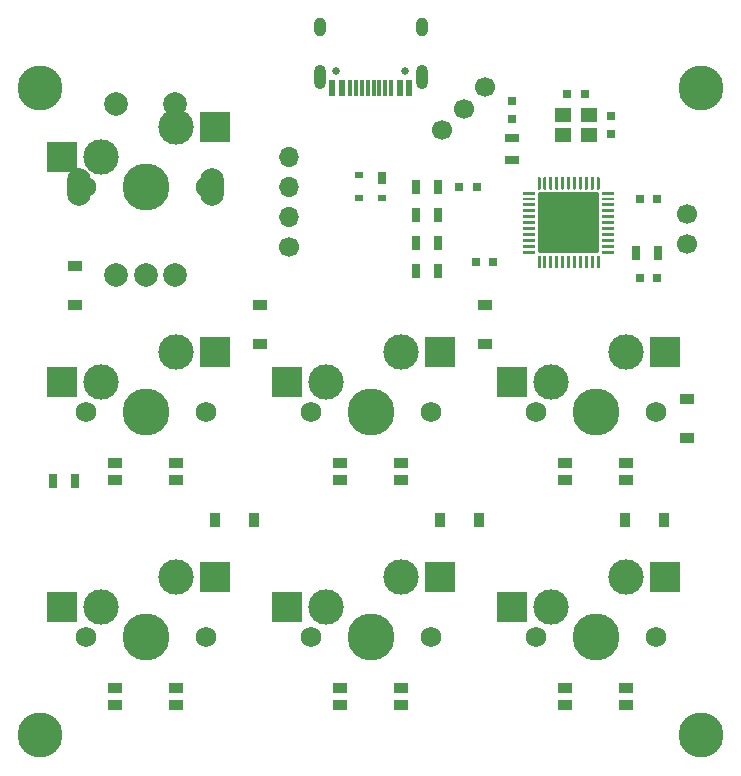
<source format=gbr>
G04 #@! TF.GenerationSoftware,KiCad,Pcbnew,(5.1.10)-1*
G04 #@! TF.CreationDate,2022-02-10T23:06:31+07:00*
G04 #@! TF.ProjectId,Satxri6key,53617478-7269-4366-9b65-792e6b696361,rev?*
G04 #@! TF.SameCoordinates,Original*
G04 #@! TF.FileFunction,Soldermask,Bot*
G04 #@! TF.FilePolarity,Negative*
%FSLAX45Y45*%
G04 Gerber Fmt 4.5, Leading zero omitted, Abs format (unit mm)*
G04 Created by KiCad (PCBNEW (5.1.10)-1) date 2022-02-10 23:06:31*
%MOMM*%
%LPD*%
G01*
G04 APERTURE LIST*
%ADD10C,2.000000*%
%ADD11O,2.000000X3.200000*%
%ADD12R,2.550000X2.500000*%
%ADD13C,1.750000*%
%ADD14C,3.000000*%
%ADD15C,3.987800*%
%ADD16R,1.200000X0.900000*%
%ADD17C,1.700000*%
%ADD18O,1.700000X1.700000*%
%ADD19C,3.800000*%
%ADD20R,0.700000X1.300000*%
%ADD21R,1.190000X0.900000*%
%ADD22R,1.400000X1.200000*%
%ADD23O,1.000000X1.600000*%
%ADD24O,1.000000X2.100000*%
%ADD25C,0.650000*%
%ADD26R,0.300000X1.450000*%
%ADD27R,0.600000X1.450000*%
%ADD28R,0.700000X1.000000*%
%ADD29R,0.700000X0.600000*%
%ADD30R,1.300000X0.700000*%
%ADD31R,0.900000X1.200000*%
%ADD32R,0.750000X0.800000*%
%ADD33R,0.800000X0.750000*%
G04 APERTURE END LIST*
D10*
X24515104Y-10275040D03*
X24765104Y-10275040D03*
X25015104Y-10275040D03*
D11*
X24205104Y-9525040D03*
X25325104Y-9525040D03*
D10*
X24515104Y-8825040D03*
X25015104Y-8825040D03*
D12*
X25349304Y-9017040D03*
X24056604Y-9271040D03*
D13*
X25273104Y-9525040D03*
X24257104Y-9525040D03*
D14*
X24384104Y-9271040D03*
D15*
X24765104Y-9525040D03*
D14*
X25019104Y-9017040D03*
D16*
X24169789Y-10523481D03*
X24169789Y-10193481D03*
D17*
X25982625Y-10039625D03*
D18*
X25982625Y-9277625D03*
X25982625Y-9785625D03*
X25982625Y-9531625D03*
D17*
X27457400Y-8864600D03*
X27277795Y-9044205D03*
X27637005Y-8684995D03*
D19*
X23872051Y-8691570D03*
X29467993Y-14168449D03*
X29467993Y-8691570D03*
X23872051Y-14168449D03*
D17*
X29349029Y-10009229D03*
X29349029Y-9755229D03*
D20*
X24167850Y-12014200D03*
X23977850Y-12014200D03*
D21*
X24505500Y-13768000D03*
X25024500Y-13918000D03*
X25024500Y-13768000D03*
X24505500Y-13918000D03*
X26410500Y-13768000D03*
X26929500Y-13918000D03*
X26929500Y-13768000D03*
X26410500Y-13918000D03*
X28315500Y-13918000D03*
X28834500Y-13768000D03*
X28834500Y-13918000D03*
X28315500Y-13768000D03*
D12*
X29159200Y-12827000D03*
X27866500Y-13081000D03*
D13*
X29083000Y-13335000D03*
X28067000Y-13335000D03*
D14*
X28194000Y-13081000D03*
D15*
X28575000Y-13335000D03*
D14*
X28829000Y-12827000D03*
D12*
X29159200Y-10922000D03*
X27866500Y-11176000D03*
D13*
X29083000Y-11430000D03*
X28067000Y-11430000D03*
D14*
X28194000Y-11176000D03*
D15*
X28575000Y-11430000D03*
D14*
X28829000Y-10922000D03*
X26924000Y-12827000D03*
D15*
X26670000Y-13335000D03*
D14*
X26289000Y-13081000D03*
D13*
X26162000Y-13335000D03*
X27178000Y-13335000D03*
D12*
X25961500Y-13081000D03*
X27254200Y-12827000D03*
D14*
X26924000Y-10922000D03*
D15*
X26670000Y-11430000D03*
D14*
X26289000Y-11176000D03*
D13*
X26162000Y-11430000D03*
X27178000Y-11430000D03*
D12*
X25961500Y-11176000D03*
X27254200Y-10922000D03*
D14*
X25019000Y-12827000D03*
D15*
X24765000Y-13335000D03*
D14*
X24384000Y-13081000D03*
D13*
X24257000Y-13335000D03*
X25273000Y-13335000D03*
D12*
X24056500Y-13081000D03*
X25349200Y-12827000D03*
D14*
X25019000Y-10922000D03*
D15*
X24765000Y-11430000D03*
D14*
X24384000Y-11176000D03*
D13*
X24257000Y-11430000D03*
X25273000Y-11430000D03*
D12*
X24056500Y-11176000D03*
X25349200Y-10922000D03*
D22*
X28519900Y-8919300D03*
X28299900Y-8919300D03*
X28299900Y-9089300D03*
X28519900Y-9089300D03*
D23*
X27102112Y-8177689D03*
X26238112Y-8177689D03*
D24*
X27102112Y-8595690D03*
X26238112Y-8595690D03*
D25*
X26381112Y-8542690D03*
X26959112Y-8542690D03*
D26*
X26645112Y-8687190D03*
X26695112Y-8687190D03*
X26745112Y-8687190D03*
X26595112Y-8687190D03*
X26795112Y-8687190D03*
X26545112Y-8687190D03*
X26845112Y-8687190D03*
X26495112Y-8687190D03*
D27*
X26425112Y-8687190D03*
X26915112Y-8687190D03*
X26347612Y-8687190D03*
X26992612Y-8687190D03*
G36*
G01*
X28086400Y-10064800D02*
X28086400Y-9594800D01*
G75*
G02*
X28111400Y-9569800I25000J0D01*
G01*
X28581400Y-9569800D01*
G75*
G02*
X28606400Y-9594800I0J-25000D01*
G01*
X28606400Y-10064800D01*
G75*
G02*
X28581400Y-10089800I-25000J0D01*
G01*
X28111400Y-10089800D01*
G75*
G02*
X28086400Y-10064800I0J25000D01*
G01*
G37*
G36*
G01*
X27958900Y-10086050D02*
X27958900Y-10073550D01*
G75*
G02*
X27965150Y-10067300I6250J0D01*
G01*
X28060150Y-10067300D01*
G75*
G02*
X28066400Y-10073550I0J-6250D01*
G01*
X28066400Y-10086050D01*
G75*
G02*
X28060150Y-10092300I-6250J0D01*
G01*
X27965150Y-10092300D01*
G75*
G02*
X27958900Y-10086050I0J6250D01*
G01*
G37*
G36*
G01*
X27958900Y-10036050D02*
X27958900Y-10023550D01*
G75*
G02*
X27965150Y-10017300I6250J0D01*
G01*
X28060150Y-10017300D01*
G75*
G02*
X28066400Y-10023550I0J-6250D01*
G01*
X28066400Y-10036050D01*
G75*
G02*
X28060150Y-10042300I-6250J0D01*
G01*
X27965150Y-10042300D01*
G75*
G02*
X27958900Y-10036050I0J6250D01*
G01*
G37*
G36*
G01*
X27958900Y-9986050D02*
X27958900Y-9973550D01*
G75*
G02*
X27965150Y-9967300I6250J0D01*
G01*
X28060150Y-9967300D01*
G75*
G02*
X28066400Y-9973550I0J-6250D01*
G01*
X28066400Y-9986050D01*
G75*
G02*
X28060150Y-9992300I-6250J0D01*
G01*
X27965150Y-9992300D01*
G75*
G02*
X27958900Y-9986050I0J6250D01*
G01*
G37*
G36*
G01*
X27958900Y-9936050D02*
X27958900Y-9923550D01*
G75*
G02*
X27965150Y-9917300I6250J0D01*
G01*
X28060150Y-9917300D01*
G75*
G02*
X28066400Y-9923550I0J-6250D01*
G01*
X28066400Y-9936050D01*
G75*
G02*
X28060150Y-9942300I-6250J0D01*
G01*
X27965150Y-9942300D01*
G75*
G02*
X27958900Y-9936050I0J6250D01*
G01*
G37*
G36*
G01*
X27958900Y-9886050D02*
X27958900Y-9873550D01*
G75*
G02*
X27965150Y-9867300I6250J0D01*
G01*
X28060150Y-9867300D01*
G75*
G02*
X28066400Y-9873550I0J-6250D01*
G01*
X28066400Y-9886050D01*
G75*
G02*
X28060150Y-9892300I-6250J0D01*
G01*
X27965150Y-9892300D01*
G75*
G02*
X27958900Y-9886050I0J6250D01*
G01*
G37*
G36*
G01*
X27958900Y-9836050D02*
X27958900Y-9823550D01*
G75*
G02*
X27965150Y-9817300I6250J0D01*
G01*
X28060150Y-9817300D01*
G75*
G02*
X28066400Y-9823550I0J-6250D01*
G01*
X28066400Y-9836050D01*
G75*
G02*
X28060150Y-9842300I-6250J0D01*
G01*
X27965150Y-9842300D01*
G75*
G02*
X27958900Y-9836050I0J6250D01*
G01*
G37*
G36*
G01*
X27958900Y-9786050D02*
X27958900Y-9773550D01*
G75*
G02*
X27965150Y-9767300I6250J0D01*
G01*
X28060150Y-9767300D01*
G75*
G02*
X28066400Y-9773550I0J-6250D01*
G01*
X28066400Y-9786050D01*
G75*
G02*
X28060150Y-9792300I-6250J0D01*
G01*
X27965150Y-9792300D01*
G75*
G02*
X27958900Y-9786050I0J6250D01*
G01*
G37*
G36*
G01*
X27958900Y-9736050D02*
X27958900Y-9723550D01*
G75*
G02*
X27965150Y-9717300I6250J0D01*
G01*
X28060150Y-9717300D01*
G75*
G02*
X28066400Y-9723550I0J-6250D01*
G01*
X28066400Y-9736050D01*
G75*
G02*
X28060150Y-9742300I-6250J0D01*
G01*
X27965150Y-9742300D01*
G75*
G02*
X27958900Y-9736050I0J6250D01*
G01*
G37*
G36*
G01*
X27958900Y-9686050D02*
X27958900Y-9673550D01*
G75*
G02*
X27965150Y-9667300I6250J0D01*
G01*
X28060150Y-9667300D01*
G75*
G02*
X28066400Y-9673550I0J-6250D01*
G01*
X28066400Y-9686050D01*
G75*
G02*
X28060150Y-9692300I-6250J0D01*
G01*
X27965150Y-9692300D01*
G75*
G02*
X27958900Y-9686050I0J6250D01*
G01*
G37*
G36*
G01*
X27958900Y-9636050D02*
X27958900Y-9623550D01*
G75*
G02*
X27965150Y-9617300I6250J0D01*
G01*
X28060150Y-9617300D01*
G75*
G02*
X28066400Y-9623550I0J-6250D01*
G01*
X28066400Y-9636050D01*
G75*
G02*
X28060150Y-9642300I-6250J0D01*
G01*
X27965150Y-9642300D01*
G75*
G02*
X27958900Y-9636050I0J6250D01*
G01*
G37*
G36*
G01*
X27958900Y-9586050D02*
X27958900Y-9573550D01*
G75*
G02*
X27965150Y-9567300I6250J0D01*
G01*
X28060150Y-9567300D01*
G75*
G02*
X28066400Y-9573550I0J-6250D01*
G01*
X28066400Y-9586050D01*
G75*
G02*
X28060150Y-9592300I-6250J0D01*
G01*
X27965150Y-9592300D01*
G75*
G02*
X27958900Y-9586050I0J6250D01*
G01*
G37*
G36*
G01*
X28083900Y-9543550D02*
X28083900Y-9448550D01*
G75*
G02*
X28090150Y-9442300I6250J0D01*
G01*
X28102650Y-9442300D01*
G75*
G02*
X28108900Y-9448550I0J-6250D01*
G01*
X28108900Y-9543550D01*
G75*
G02*
X28102650Y-9549800I-6250J0D01*
G01*
X28090150Y-9549800D01*
G75*
G02*
X28083900Y-9543550I0J6250D01*
G01*
G37*
G36*
G01*
X28133900Y-9543550D02*
X28133900Y-9448550D01*
G75*
G02*
X28140150Y-9442300I6250J0D01*
G01*
X28152650Y-9442300D01*
G75*
G02*
X28158900Y-9448550I0J-6250D01*
G01*
X28158900Y-9543550D01*
G75*
G02*
X28152650Y-9549800I-6250J0D01*
G01*
X28140150Y-9549800D01*
G75*
G02*
X28133900Y-9543550I0J6250D01*
G01*
G37*
G36*
G01*
X28183900Y-9543550D02*
X28183900Y-9448550D01*
G75*
G02*
X28190150Y-9442300I6250J0D01*
G01*
X28202650Y-9442300D01*
G75*
G02*
X28208900Y-9448550I0J-6250D01*
G01*
X28208900Y-9543550D01*
G75*
G02*
X28202650Y-9549800I-6250J0D01*
G01*
X28190150Y-9549800D01*
G75*
G02*
X28183900Y-9543550I0J6250D01*
G01*
G37*
G36*
G01*
X28233900Y-9543550D02*
X28233900Y-9448550D01*
G75*
G02*
X28240150Y-9442300I6250J0D01*
G01*
X28252650Y-9442300D01*
G75*
G02*
X28258900Y-9448550I0J-6250D01*
G01*
X28258900Y-9543550D01*
G75*
G02*
X28252650Y-9549800I-6250J0D01*
G01*
X28240150Y-9549800D01*
G75*
G02*
X28233900Y-9543550I0J6250D01*
G01*
G37*
G36*
G01*
X28283900Y-9543550D02*
X28283900Y-9448550D01*
G75*
G02*
X28290150Y-9442300I6250J0D01*
G01*
X28302650Y-9442300D01*
G75*
G02*
X28308900Y-9448550I0J-6250D01*
G01*
X28308900Y-9543550D01*
G75*
G02*
X28302650Y-9549800I-6250J0D01*
G01*
X28290150Y-9549800D01*
G75*
G02*
X28283900Y-9543550I0J6250D01*
G01*
G37*
G36*
G01*
X28333900Y-9543550D02*
X28333900Y-9448550D01*
G75*
G02*
X28340150Y-9442300I6250J0D01*
G01*
X28352650Y-9442300D01*
G75*
G02*
X28358900Y-9448550I0J-6250D01*
G01*
X28358900Y-9543550D01*
G75*
G02*
X28352650Y-9549800I-6250J0D01*
G01*
X28340150Y-9549800D01*
G75*
G02*
X28333900Y-9543550I0J6250D01*
G01*
G37*
G36*
G01*
X28383900Y-9543550D02*
X28383900Y-9448550D01*
G75*
G02*
X28390150Y-9442300I6250J0D01*
G01*
X28402650Y-9442300D01*
G75*
G02*
X28408900Y-9448550I0J-6250D01*
G01*
X28408900Y-9543550D01*
G75*
G02*
X28402650Y-9549800I-6250J0D01*
G01*
X28390150Y-9549800D01*
G75*
G02*
X28383900Y-9543550I0J6250D01*
G01*
G37*
G36*
G01*
X28433900Y-9543550D02*
X28433900Y-9448550D01*
G75*
G02*
X28440150Y-9442300I6250J0D01*
G01*
X28452650Y-9442300D01*
G75*
G02*
X28458900Y-9448550I0J-6250D01*
G01*
X28458900Y-9543550D01*
G75*
G02*
X28452650Y-9549800I-6250J0D01*
G01*
X28440150Y-9549800D01*
G75*
G02*
X28433900Y-9543550I0J6250D01*
G01*
G37*
G36*
G01*
X28483900Y-9543550D02*
X28483900Y-9448550D01*
G75*
G02*
X28490150Y-9442300I6250J0D01*
G01*
X28502650Y-9442300D01*
G75*
G02*
X28508900Y-9448550I0J-6250D01*
G01*
X28508900Y-9543550D01*
G75*
G02*
X28502650Y-9549800I-6250J0D01*
G01*
X28490150Y-9549800D01*
G75*
G02*
X28483900Y-9543550I0J6250D01*
G01*
G37*
G36*
G01*
X28533900Y-9543550D02*
X28533900Y-9448550D01*
G75*
G02*
X28540150Y-9442300I6250J0D01*
G01*
X28552650Y-9442300D01*
G75*
G02*
X28558900Y-9448550I0J-6250D01*
G01*
X28558900Y-9543550D01*
G75*
G02*
X28552650Y-9549800I-6250J0D01*
G01*
X28540150Y-9549800D01*
G75*
G02*
X28533900Y-9543550I0J6250D01*
G01*
G37*
G36*
G01*
X28583900Y-9543550D02*
X28583900Y-9448550D01*
G75*
G02*
X28590150Y-9442300I6250J0D01*
G01*
X28602650Y-9442300D01*
G75*
G02*
X28608900Y-9448550I0J-6250D01*
G01*
X28608900Y-9543550D01*
G75*
G02*
X28602650Y-9549800I-6250J0D01*
G01*
X28590150Y-9549800D01*
G75*
G02*
X28583900Y-9543550I0J6250D01*
G01*
G37*
G36*
G01*
X28626400Y-9586050D02*
X28626400Y-9573550D01*
G75*
G02*
X28632650Y-9567300I6250J0D01*
G01*
X28727650Y-9567300D01*
G75*
G02*
X28733900Y-9573550I0J-6250D01*
G01*
X28733900Y-9586050D01*
G75*
G02*
X28727650Y-9592300I-6250J0D01*
G01*
X28632650Y-9592300D01*
G75*
G02*
X28626400Y-9586050I0J6250D01*
G01*
G37*
G36*
G01*
X28626400Y-9636050D02*
X28626400Y-9623550D01*
G75*
G02*
X28632650Y-9617300I6250J0D01*
G01*
X28727650Y-9617300D01*
G75*
G02*
X28733900Y-9623550I0J-6250D01*
G01*
X28733900Y-9636050D01*
G75*
G02*
X28727650Y-9642300I-6250J0D01*
G01*
X28632650Y-9642300D01*
G75*
G02*
X28626400Y-9636050I0J6250D01*
G01*
G37*
G36*
G01*
X28626400Y-9686050D02*
X28626400Y-9673550D01*
G75*
G02*
X28632650Y-9667300I6250J0D01*
G01*
X28727650Y-9667300D01*
G75*
G02*
X28733900Y-9673550I0J-6250D01*
G01*
X28733900Y-9686050D01*
G75*
G02*
X28727650Y-9692300I-6250J0D01*
G01*
X28632650Y-9692300D01*
G75*
G02*
X28626400Y-9686050I0J6250D01*
G01*
G37*
G36*
G01*
X28626400Y-9736050D02*
X28626400Y-9723550D01*
G75*
G02*
X28632650Y-9717300I6250J0D01*
G01*
X28727650Y-9717300D01*
G75*
G02*
X28733900Y-9723550I0J-6250D01*
G01*
X28733900Y-9736050D01*
G75*
G02*
X28727650Y-9742300I-6250J0D01*
G01*
X28632650Y-9742300D01*
G75*
G02*
X28626400Y-9736050I0J6250D01*
G01*
G37*
G36*
G01*
X28626400Y-9786050D02*
X28626400Y-9773550D01*
G75*
G02*
X28632650Y-9767300I6250J0D01*
G01*
X28727650Y-9767300D01*
G75*
G02*
X28733900Y-9773550I0J-6250D01*
G01*
X28733900Y-9786050D01*
G75*
G02*
X28727650Y-9792300I-6250J0D01*
G01*
X28632650Y-9792300D01*
G75*
G02*
X28626400Y-9786050I0J6250D01*
G01*
G37*
G36*
G01*
X28626400Y-9836050D02*
X28626400Y-9823550D01*
G75*
G02*
X28632650Y-9817300I6250J0D01*
G01*
X28727650Y-9817300D01*
G75*
G02*
X28733900Y-9823550I0J-6250D01*
G01*
X28733900Y-9836050D01*
G75*
G02*
X28727650Y-9842300I-6250J0D01*
G01*
X28632650Y-9842300D01*
G75*
G02*
X28626400Y-9836050I0J6250D01*
G01*
G37*
G36*
G01*
X28626400Y-9886050D02*
X28626400Y-9873550D01*
G75*
G02*
X28632650Y-9867300I6250J0D01*
G01*
X28727650Y-9867300D01*
G75*
G02*
X28733900Y-9873550I0J-6250D01*
G01*
X28733900Y-9886050D01*
G75*
G02*
X28727650Y-9892300I-6250J0D01*
G01*
X28632650Y-9892300D01*
G75*
G02*
X28626400Y-9886050I0J6250D01*
G01*
G37*
G36*
G01*
X28626400Y-9936050D02*
X28626400Y-9923550D01*
G75*
G02*
X28632650Y-9917300I6250J0D01*
G01*
X28727650Y-9917300D01*
G75*
G02*
X28733900Y-9923550I0J-6250D01*
G01*
X28733900Y-9936050D01*
G75*
G02*
X28727650Y-9942300I-6250J0D01*
G01*
X28632650Y-9942300D01*
G75*
G02*
X28626400Y-9936050I0J6250D01*
G01*
G37*
G36*
G01*
X28626400Y-9986050D02*
X28626400Y-9973550D01*
G75*
G02*
X28632650Y-9967300I6250J0D01*
G01*
X28727650Y-9967300D01*
G75*
G02*
X28733900Y-9973550I0J-6250D01*
G01*
X28733900Y-9986050D01*
G75*
G02*
X28727650Y-9992300I-6250J0D01*
G01*
X28632650Y-9992300D01*
G75*
G02*
X28626400Y-9986050I0J6250D01*
G01*
G37*
G36*
G01*
X28626400Y-10036050D02*
X28626400Y-10023550D01*
G75*
G02*
X28632650Y-10017300I6250J0D01*
G01*
X28727650Y-10017300D01*
G75*
G02*
X28733900Y-10023550I0J-6250D01*
G01*
X28733900Y-10036050D01*
G75*
G02*
X28727650Y-10042300I-6250J0D01*
G01*
X28632650Y-10042300D01*
G75*
G02*
X28626400Y-10036050I0J6250D01*
G01*
G37*
G36*
G01*
X28626400Y-10086050D02*
X28626400Y-10073550D01*
G75*
G02*
X28632650Y-10067300I6250J0D01*
G01*
X28727650Y-10067300D01*
G75*
G02*
X28733900Y-10073550I0J-6250D01*
G01*
X28733900Y-10086050D01*
G75*
G02*
X28727650Y-10092300I-6250J0D01*
G01*
X28632650Y-10092300D01*
G75*
G02*
X28626400Y-10086050I0J6250D01*
G01*
G37*
G36*
G01*
X28583900Y-10211050D02*
X28583900Y-10116050D01*
G75*
G02*
X28590150Y-10109800I6250J0D01*
G01*
X28602650Y-10109800D01*
G75*
G02*
X28608900Y-10116050I0J-6250D01*
G01*
X28608900Y-10211050D01*
G75*
G02*
X28602650Y-10217300I-6250J0D01*
G01*
X28590150Y-10217300D01*
G75*
G02*
X28583900Y-10211050I0J6250D01*
G01*
G37*
G36*
G01*
X28533900Y-10211050D02*
X28533900Y-10116050D01*
G75*
G02*
X28540150Y-10109800I6250J0D01*
G01*
X28552650Y-10109800D01*
G75*
G02*
X28558900Y-10116050I0J-6250D01*
G01*
X28558900Y-10211050D01*
G75*
G02*
X28552650Y-10217300I-6250J0D01*
G01*
X28540150Y-10217300D01*
G75*
G02*
X28533900Y-10211050I0J6250D01*
G01*
G37*
G36*
G01*
X28483900Y-10211050D02*
X28483900Y-10116050D01*
G75*
G02*
X28490150Y-10109800I6250J0D01*
G01*
X28502650Y-10109800D01*
G75*
G02*
X28508900Y-10116050I0J-6250D01*
G01*
X28508900Y-10211050D01*
G75*
G02*
X28502650Y-10217300I-6250J0D01*
G01*
X28490150Y-10217300D01*
G75*
G02*
X28483900Y-10211050I0J6250D01*
G01*
G37*
G36*
G01*
X28433900Y-10211050D02*
X28433900Y-10116050D01*
G75*
G02*
X28440150Y-10109800I6250J0D01*
G01*
X28452650Y-10109800D01*
G75*
G02*
X28458900Y-10116050I0J-6250D01*
G01*
X28458900Y-10211050D01*
G75*
G02*
X28452650Y-10217300I-6250J0D01*
G01*
X28440150Y-10217300D01*
G75*
G02*
X28433900Y-10211050I0J6250D01*
G01*
G37*
G36*
G01*
X28383900Y-10211050D02*
X28383900Y-10116050D01*
G75*
G02*
X28390150Y-10109800I6250J0D01*
G01*
X28402650Y-10109800D01*
G75*
G02*
X28408900Y-10116050I0J-6250D01*
G01*
X28408900Y-10211050D01*
G75*
G02*
X28402650Y-10217300I-6250J0D01*
G01*
X28390150Y-10217300D01*
G75*
G02*
X28383900Y-10211050I0J6250D01*
G01*
G37*
G36*
G01*
X28333900Y-10211050D02*
X28333900Y-10116050D01*
G75*
G02*
X28340150Y-10109800I6250J0D01*
G01*
X28352650Y-10109800D01*
G75*
G02*
X28358900Y-10116050I0J-6250D01*
G01*
X28358900Y-10211050D01*
G75*
G02*
X28352650Y-10217300I-6250J0D01*
G01*
X28340150Y-10217300D01*
G75*
G02*
X28333900Y-10211050I0J6250D01*
G01*
G37*
G36*
G01*
X28283900Y-10211050D02*
X28283900Y-10116050D01*
G75*
G02*
X28290150Y-10109800I6250J0D01*
G01*
X28302650Y-10109800D01*
G75*
G02*
X28308900Y-10116050I0J-6250D01*
G01*
X28308900Y-10211050D01*
G75*
G02*
X28302650Y-10217300I-6250J0D01*
G01*
X28290150Y-10217300D01*
G75*
G02*
X28283900Y-10211050I0J6250D01*
G01*
G37*
G36*
G01*
X28233900Y-10211050D02*
X28233900Y-10116050D01*
G75*
G02*
X28240150Y-10109800I6250J0D01*
G01*
X28252650Y-10109800D01*
G75*
G02*
X28258900Y-10116050I0J-6250D01*
G01*
X28258900Y-10211050D01*
G75*
G02*
X28252650Y-10217300I-6250J0D01*
G01*
X28240150Y-10217300D01*
G75*
G02*
X28233900Y-10211050I0J6250D01*
G01*
G37*
G36*
G01*
X28183900Y-10211050D02*
X28183900Y-10116050D01*
G75*
G02*
X28190150Y-10109800I6250J0D01*
G01*
X28202650Y-10109800D01*
G75*
G02*
X28208900Y-10116050I0J-6250D01*
G01*
X28208900Y-10211050D01*
G75*
G02*
X28202650Y-10217300I-6250J0D01*
G01*
X28190150Y-10217300D01*
G75*
G02*
X28183900Y-10211050I0J6250D01*
G01*
G37*
G36*
G01*
X28133900Y-10211050D02*
X28133900Y-10116050D01*
G75*
G02*
X28140150Y-10109800I6250J0D01*
G01*
X28152650Y-10109800D01*
G75*
G02*
X28158900Y-10116050I0J-6250D01*
G01*
X28158900Y-10211050D01*
G75*
G02*
X28152650Y-10217300I-6250J0D01*
G01*
X28140150Y-10217300D01*
G75*
G02*
X28133900Y-10211050I0J6250D01*
G01*
G37*
G36*
G01*
X28083900Y-10211050D02*
X28083900Y-10116050D01*
G75*
G02*
X28090150Y-10109800I6250J0D01*
G01*
X28102650Y-10109800D01*
G75*
G02*
X28108900Y-10116050I0J-6250D01*
G01*
X28108900Y-10211050D01*
G75*
G02*
X28102650Y-10217300I-6250J0D01*
G01*
X28090150Y-10217300D01*
G75*
G02*
X28083900Y-10211050I0J6250D01*
G01*
G37*
D28*
X26770000Y-9450000D03*
D29*
X26570000Y-9430000D03*
X26770000Y-9620000D03*
X26570000Y-9620000D03*
D21*
X28315500Y-11863000D03*
X28834500Y-12013000D03*
X28834500Y-11863000D03*
X28315500Y-12013000D03*
X26410500Y-11863000D03*
X26929500Y-12013000D03*
X26929500Y-11863000D03*
X26410500Y-12013000D03*
X24505500Y-11863000D03*
X25024500Y-12013000D03*
X25024500Y-11863000D03*
X24505500Y-12013000D03*
D20*
X29105000Y-10083800D03*
X28915000Y-10083800D03*
D30*
X27863800Y-9112500D03*
X27863800Y-9302500D03*
D20*
X27051250Y-10001250D03*
X27241250Y-10001250D03*
X27241250Y-9763125D03*
X27051250Y-9763125D03*
X27241250Y-9525000D03*
X27051250Y-9525000D03*
X27241250Y-10239375D03*
X27051250Y-10239375D03*
D31*
X28826840Y-12349480D03*
X29156840Y-12349480D03*
D16*
X29349029Y-11654579D03*
X29349029Y-11324579D03*
D31*
X27586840Y-12349480D03*
X27256840Y-12349480D03*
D16*
X27635200Y-10528400D03*
X27635200Y-10858400D03*
D31*
X25681840Y-12349480D03*
X25351840Y-12349480D03*
D16*
X25730200Y-10528400D03*
X25730200Y-10858400D03*
D32*
X27863800Y-8952300D03*
X27863800Y-8802300D03*
D33*
X27420500Y-9525000D03*
X27570500Y-9525000D03*
X28947700Y-10299700D03*
X29097700Y-10299700D03*
X28947700Y-9626600D03*
X29097700Y-9626600D03*
X28334900Y-8737600D03*
X28484900Y-8737600D03*
D32*
X28702000Y-8929300D03*
X28702000Y-9079300D03*
D33*
X27710200Y-10160000D03*
X27560200Y-10160000D03*
M02*

</source>
